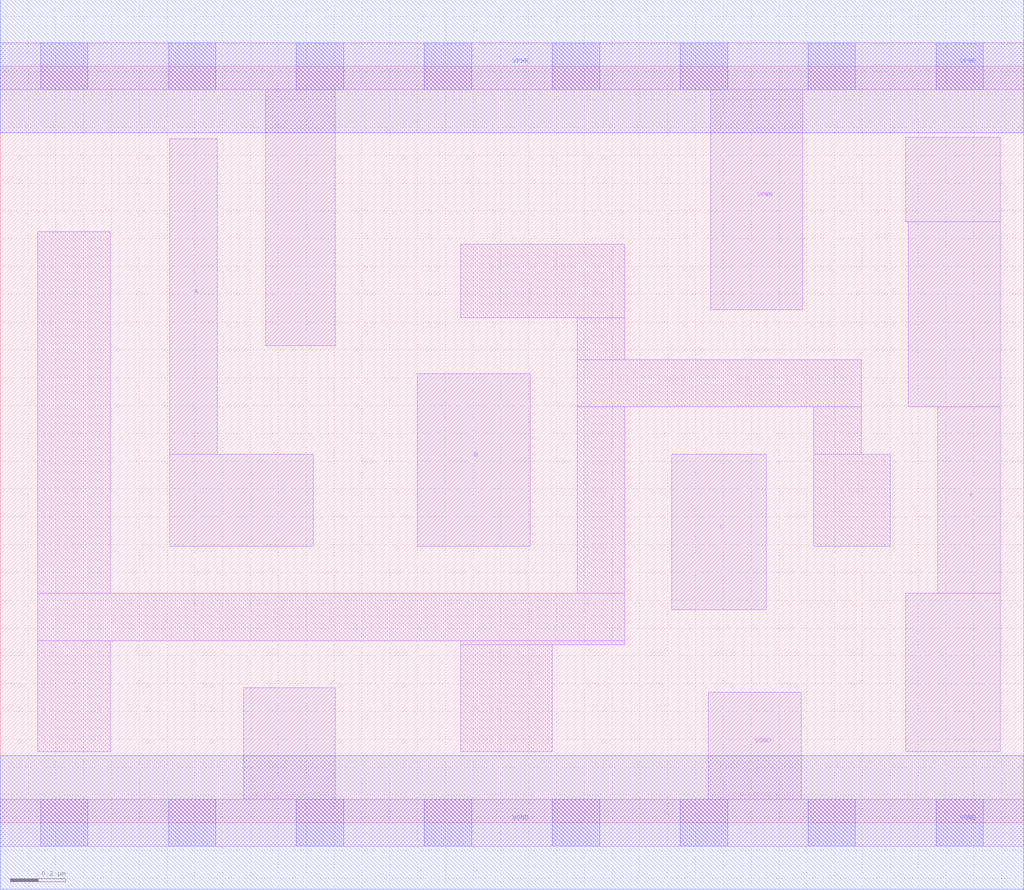
<source format=lef>
# Copyright 2020 The SkyWater PDK Authors
#
# Licensed under the Apache License, Version 2.0 (the "License");
# you may not use this file except in compliance with the License.
# You may obtain a copy of the License at
#
#     https://www.apache.org/licenses/LICENSE-2.0
#
# Unless required by applicable law or agreed to in writing, software
# distributed under the License is distributed on an "AS IS" BASIS,
# WITHOUT WARRANTIES OR CONDITIONS OF ANY KIND, either express or implied.
# See the License for the specific language governing permissions and
# limitations under the License.
#
# SPDX-License-Identifier: Apache-2.0

VERSION 5.7 ;
  NAMESCASESENSITIVE ON ;
  NOWIREEXTENSIONATPIN ON ;
  DIVIDERCHAR "/" ;
  BUSBITCHARS "[]" ;
UNITS
  DATABASE MICRONS 200 ;
END UNITS
MACRO sky130_fd_sc_hd__maj3_1
  CLASS CORE ;
  SOURCE USER ;
  FOREIGN sky130_fd_sc_hd__maj3_1 ;
  ORIGIN  0.000000  0.000000 ;
  SIZE  3.680000 BY  2.720000 ;
  SYMMETRY X Y R90 ;
  SITE unithd ;
  PIN A
    ANTENNAGATEAREA  0.252000 ;
    DIRECTION INPUT ;
    USE SIGNAL ;
    PORT
      LAYER li1 ;
        RECT 0.610000 0.995000 1.125000 1.325000 ;
        RECT 0.610000 1.325000 0.780000 2.460000 ;
    END
  END A
  PIN B
    ANTENNAGATEAREA  0.252000 ;
    DIRECTION INPUT ;
    USE SIGNAL ;
    PORT
      LAYER li1 ;
        RECT 1.500000 0.995000 1.905000 1.615000 ;
    END
  END B
  PIN C
    ANTENNAGATEAREA  0.252000 ;
    DIRECTION INPUT ;
    USE SIGNAL ;
    PORT
      LAYER li1 ;
        RECT 2.415000 0.765000 2.755000 1.325000 ;
    END
  END C
  PIN X
    ANTENNADIFFAREA  0.602250 ;
    DIRECTION OUTPUT ;
    USE SIGNAL ;
    PORT
      LAYER li1 ;
        RECT 3.255000 0.255000 3.595000 0.825000 ;
        RECT 3.255000 2.160000 3.595000 2.465000 ;
        RECT 3.265000 1.495000 3.595000 2.160000 ;
        RECT 3.370000 0.825000 3.595000 1.495000 ;
    END
  END X
  PIN VGND
    DIRECTION INOUT ;
    SHAPE ABUTMENT ;
    USE GROUND ;
    PORT
      LAYER li1 ;
        RECT 0.000000 -0.085000 3.680000 0.085000 ;
        RECT 0.875000  0.085000 1.205000 0.485000 ;
        RECT 2.545000  0.085000 2.880000 0.470000 ;
      LAYER mcon ;
        RECT 0.145000 -0.085000 0.315000 0.085000 ;
        RECT 0.605000 -0.085000 0.775000 0.085000 ;
        RECT 1.065000 -0.085000 1.235000 0.085000 ;
        RECT 1.525000 -0.085000 1.695000 0.085000 ;
        RECT 1.985000 -0.085000 2.155000 0.085000 ;
        RECT 2.445000 -0.085000 2.615000 0.085000 ;
        RECT 2.905000 -0.085000 3.075000 0.085000 ;
        RECT 3.365000 -0.085000 3.535000 0.085000 ;
      LAYER met1 ;
        RECT 0.000000 -0.240000 3.680000 0.240000 ;
    END
  END VGND
  PIN VPWR
    DIRECTION INOUT ;
    SHAPE ABUTMENT ;
    USE POWER ;
    PORT
      LAYER li1 ;
        RECT 0.000000 2.635000 3.680000 2.805000 ;
        RECT 0.955000 1.715000 1.205000 2.635000 ;
        RECT 2.555000 1.845000 2.885000 2.635000 ;
      LAYER mcon ;
        RECT 0.145000 2.635000 0.315000 2.805000 ;
        RECT 0.605000 2.635000 0.775000 2.805000 ;
        RECT 1.065000 2.635000 1.235000 2.805000 ;
        RECT 1.525000 2.635000 1.695000 2.805000 ;
        RECT 1.985000 2.635000 2.155000 2.805000 ;
        RECT 2.445000 2.635000 2.615000 2.805000 ;
        RECT 2.905000 2.635000 3.075000 2.805000 ;
        RECT 3.365000 2.635000 3.535000 2.805000 ;
      LAYER met1 ;
        RECT 0.000000 2.480000 3.680000 2.960000 ;
    END
  END VPWR
  OBS
    LAYER li1 ;
      RECT 0.135000 0.255000 0.395000 0.655000 ;
      RECT 0.135000 0.655000 2.245000 0.825000 ;
      RECT 0.135000 0.825000 0.395000 2.125000 ;
      RECT 1.655000 0.255000 1.985000 0.640000 ;
      RECT 1.655000 0.640000 2.245000 0.655000 ;
      RECT 1.655000 1.815000 2.245000 2.080000 ;
      RECT 2.075000 0.825000 2.245000 1.495000 ;
      RECT 2.075000 1.495000 3.095000 1.665000 ;
      RECT 2.075000 1.665000 2.245000 1.815000 ;
      RECT 2.925000 0.995000 3.200000 1.325000 ;
      RECT 2.925000 1.325000 3.095000 1.495000 ;
  END
END sky130_fd_sc_hd__maj3_1
END LIBRARY

</source>
